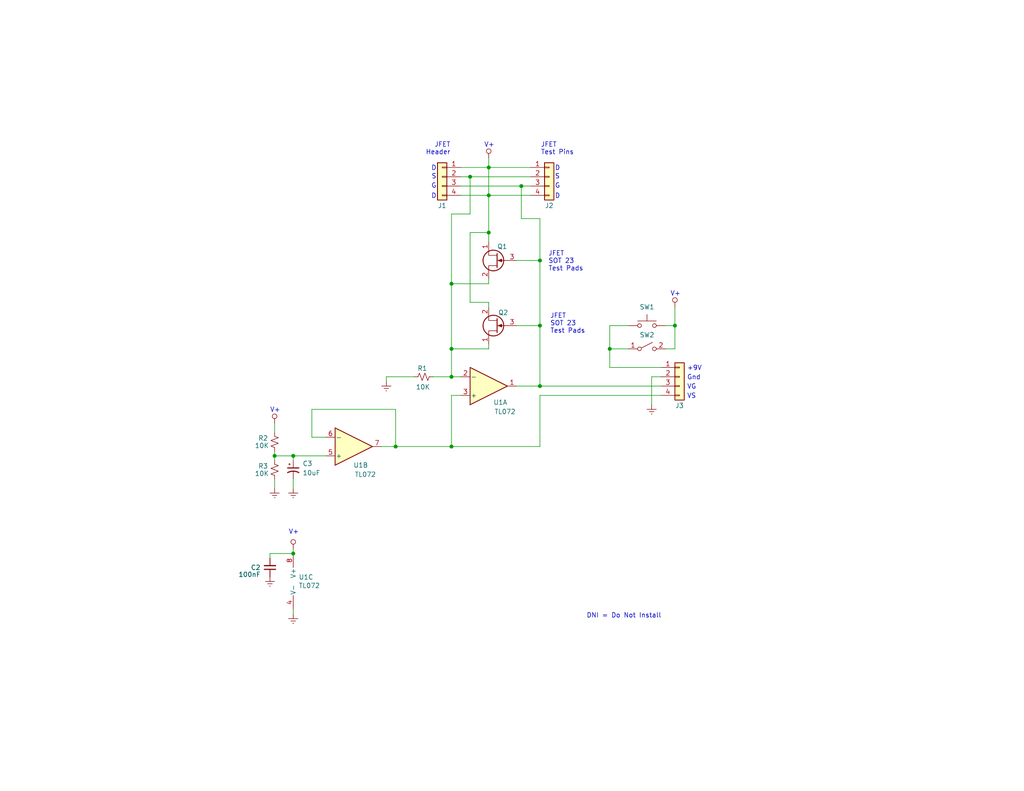
<source format=kicad_sch>
(kicad_sch (version 20250114) (generator "eeschema") (generator_version "9.0")
  (paper "A")
  (title_block (title "Fet Matching Tool") (date "2025-02-03") (rev "1") (company "Gadget Reboot") (comment 1 "https://www.youtube.com/gadgetreboot") (comment 2 "https://github.com/GadgetReboot/Fet_Matching"))
  (lib_symbols
    (symbol "Amplifier_Operational:LM358" (pin_names (offset 0.127))
      (property "Reference" "U" (at 0 5.08 0))
      (property "Value" "LM358" (at 0 -5.08 0))
      (symbol "LM358_1_1"
        (polyline (pts (xy -5.08 5.08) (xy 5.08 0) (xy -5.08 -5.08) (xy -5.08 5.08)) (stroke (width 0.254)) (fill (type background)))
        (pin input line (at -7.62 2.54 0) (length 2.54) (name "+") (number "3"))
        (pin input line (at -7.62 -2.54 0) (length 2.54) (name "-") (number "2"))
        (pin output line (at 7.62 0 180) (length 2.54) (name "~") (number "1"))
      )
      (symbol "LM358_2_1"
        (polyline (pts (xy -5.08 5.08) (xy 5.08 0) (xy -5.08 -5.08) (xy -5.08 5.08)) (stroke (width 0.254)) (fill (type background)))
        (pin input line (at -7.62 2.54 0) (length 2.54) (name "+") (number "5"))
        (pin input line (at -7.62 -2.54 0) (length 2.54) (name "-") (number "6"))
        (pin output line (at 7.62 0 180) (length 2.54) (name "~") (number "7"))
      )
      (symbol "LM358_3_1"
        (pin power_in line (at -2.54 7.62 270) (length 3.81) (name "V+") (number "8"))
        (pin power_in line (at -2.54 -7.62 90) (length 3.81) (name "V-") (number "4"))
      )
    )
    (symbol "Connector_Generic:Conn_01x04" (pin_names (offset 1.016) (hide yes))
      (property "Reference" "J" (at 0 5.08 0))
      (property "Value" "Conn_01x04" (at 0 -7.62 0))
      (symbol "Conn_01x04_1_1"
        (rectangle (start -1.27 3.81) (end 1.27 -6.35) (stroke (width 0.254)) (fill (type background)))
        (rectangle (start -1.27 2.667) (end 0 2.413) (stroke (width 0.1524)))
        (rectangle (start -1.27 0.127) (end 0 -0.127) (stroke (width 0.1524)))
        (rectangle (start -1.27 -2.413) (end 0 -2.667) (stroke (width 0.1524)))
        (rectangle (start -1.27 -4.953) (end 0 -5.207) (stroke (width 0.1524)))
        (pin passive line (at -5.08 2.54 0) (length 3.81) (name "Pin_1") (number "1"))
        (pin passive line (at -5.08 0 0) (length 3.81) (name "Pin_2") (number "2"))
        (pin passive line (at -5.08 -2.54 0) (length 3.81) (name "Pin_3") (number "3"))
        (pin passive line (at -5.08 -5.08 0) (length 3.81) (name "Pin_4") (number "4"))
      )
    )
    (symbol "Device:C_Polarized_Small_US" (pin_numbers (hide yes)) (pin_names (offset 0.254) (hide yes))
      (property "Reference" "C" (at 0.254 1.778 0))
      (property "Value" "C_Polarized_Small_US" (at 0.254 -2.032 0))
      (symbol "C_Polarized_Small_US_0_1"
        (polyline (pts (xy -1.524 0.508) (xy 1.524 0.508)) (stroke (width 0.3048)))
        (polyline (pts (xy -1.27 1.524) (xy -0.762 1.524)))
        (polyline (pts (xy -1.016 1.27) (xy -1.016 1.778)))
        (arc (start -1.524 -0.762) (mid 0 -0.3734) (end 1.524 -0.762) (stroke (width 0.3048)))
      )
      (symbol "C_Polarized_Small_US_1_1"
        (pin passive line (at 0 2.54 270) (length 2.032) (name "~") (number "1"))
        (pin passive line (at 0 -2.54 90) (length 2.032) (name "~") (number "2"))
      )
    )
    (symbol "Device:C_Small" (pin_numbers (hide yes)) (pin_names (offset 0.254) (hide yes))
      (property "Reference" "C" (at 0.254 1.778 0))
      (property "Value" "C_Small" (at 0.254 -2.032 0))
      (symbol "C_Small_0_1"
        (polyline (pts (xy -1.524 0.508) (xy 1.524 0.508)) (stroke (width 0.3048)))
        (polyline (pts (xy -1.524 -0.508) (xy 1.524 -0.508)) (stroke (width 0.3302)))
      )
      (symbol "C_Small_1_1"
        (pin passive line (at 0 2.54 270) (length 2.032) (name "~") (number "1"))
        (pin passive line (at 0 -2.54 90) (length 2.032) (name "~") (number "2"))
      )
    )
    (symbol "Device:R_Small_US" (pin_numbers (hide yes)) (pin_names (offset 0.254) (hide yes))
      (property "Reference" "R" (at 0.762 0.508 0))
      (property "Value" "R_Small_US" (at 0.762 -1.016 0))
      (symbol "R_Small_US_1_1"
        (polyline (pts (xy 0 1.524) (xy 1.016 1.143) (xy 0 0.762) (xy -1.016 0.381) (xy 0 0)))
        (polyline (pts (xy 0 0) (xy 1.016 -0.381) (xy 0 -0.762) (xy -1.016 -1.143) (xy 0 -1.524)))
        (pin passive line (at 0 2.54 270) (length 1.016) (name "~") (number "1"))
        (pin passive line (at 0 -2.54 90) (length 1.016) (name "~") (number "2"))
      )
    )
    (symbol "FET_Matching-rescue:GNDREF-power" (power) (pin_names (offset 0))
      (property "Value" "power_GNDREF" (at 0 -3.81 0))
      (symbol "GNDREF-power_0_1"
        (polyline (pts (xy -0.635 -1.905) (xy 0.635 -1.905)))
        (polyline (pts (xy -0.127 -2.54) (xy 0.127 -2.54)))
        (polyline (pts (xy 0 -1.27) (xy 0 0)))
        (polyline (pts (xy 1.27 -1.27) (xy -1.27 -1.27)))
      )
      (symbol "GNDREF-power_1_1"
        (pin power_in line (at 0 0 270) (length 0) (hide yes) (name "GNDREF") (number "1"))
      )
    )
    (symbol "FET_Matching-rescue:VCC-power" (power) (pin_names (offset 0))
      (property "Value" "power_VCC" (at 0 3.81 0))
      (symbol "VCC-power_0_1"
        (circle (center 0 1.905) (radius 0.635))
        (polyline (pts (xy 0 0) (xy 0 1.27)))
      )
      (symbol "VCC-power_1_1"
        (pin power_in line (at 0 0 90) (length 0) (hide yes) (name "VCC") (number "1"))
      )
    )
    (symbol "Switch:SW_Push" (pin_numbers (hide yes)) (pin_names (offset 1.016) (hide yes))
      (property "Reference" "SW" (at 1.27 2.54 0))
      (property "Value" "SW_Push" (at 0 -1.524 0))
      (symbol "SW_Push_0_1"
        (circle (center -2.032 0) (radius 0.508))
        (polyline (pts (xy 0 1.27) (xy 0 3.048)))
        (circle (center 2.032 0) (radius 0.508))
        (polyline (pts (xy 2.54 1.27) (xy -2.54 1.27)))
        (pin passive line (at -5.08 0 0) (length 2.54) (name "1") (number "1"))
        (pin passive line (at 5.08 0 180) (length 2.54) (name "2") (number "2"))
      )
    )
    (symbol "Switch:SW_SPST" (pin_names (offset 0) (hide yes))
      (property "Reference" "SW" (at 0 3.175 0))
      (property "Value" "SW_SPST" (at 0 -2.54 0))
      (symbol "SW_SPST_0_0"
        (circle (center -2.032 0) (radius 0.508))
        (polyline (pts (xy -1.524 0.254) (xy 1.524 1.778)))
        (circle (center 2.032 0) (radius 0.508))
      )
      (symbol "SW_SPST_1_1"
        (pin passive line (at -5.08 0 0) (length 2.54) (name "A") (number "1"))
        (pin passive line (at 5.08 0 180) (length 2.54) (name "B") (number "2"))
      )
    )
    (symbol "Transistor_FET:BF545C" (pin_names (hide yes))
      (property "Reference" "Q" (at 5.08 1.905 0))
      (property "Value" "BF545C" (at 5.08 0 0))
      (symbol "BF545C_0_1"
        (polyline (pts (xy 0 0) (xy -1.016 0.381) (xy -1.016 -0.381) (xy 0 0)) (fill (type outline)))
        (polyline (pts (xy 0.254 1.905) (xy 0.254 -1.905)) (stroke (width 0.254)))
        (polyline (pts (xy 0.254 0) (xy -2.54 0)))
        (circle (center 1.27 0) (radius 2.8194) (stroke (width 0.254)))
        (polyline (pts (xy 2.54 2.54) (xy 2.54 1.397) (xy 0.254 1.397)))
        (polyline (pts (xy 2.54 -2.54) (xy 2.54 -1.397) (xy 0.254 -1.397)))
      )
      (symbol "BF545C_1_1"
        (pin input line (at -5.08 0 0) (length 2.54) (name "G") (number "3"))
        (pin passive line (at 2.54 5.08 270) (length 2.54) (name "D") (number "2"))
        (pin passive line (at 2.54 -5.08 90) (length 2.54) (name "S") (number "1"))
      )
    )
    (symbol "Transistor_FET:BSR56" (pin_names (hide yes))
      (property "Reference" "Q" (at 5.08 1.905 0))
      (property "Value" "BSR56" (at 5.08 0 0))
      (symbol "BSR56_0_1"
        (polyline (pts (xy 0 0) (xy -1.016 0.381) (xy -1.016 -0.381) (xy 0 0)) (fill (type outline)))
        (polyline (pts (xy 0.254 1.905) (xy 0.254 -1.905)) (stroke (width 0.254)))
        (polyline (pts (xy 0.254 0) (xy -2.54 0)))
        (circle (center 1.27 0) (radius 2.8194) (stroke (width 0.254)))
        (polyline (pts (xy 2.54 2.54) (xy 2.54 1.397) (xy 0.254 1.397)))
        (polyline (pts (xy 2.54 -2.54) (xy 2.54 -1.397) (xy 0.254 -1.397)))
      )
      (symbol "BSR56_1_1"
        (pin input line (at -5.08 0 0) (length 2.54) (name "G") (number "3"))
        (pin passive line (at 2.54 5.08 270) (length 2.54) (name "D") (number "1"))
        (pin passive line (at 2.54 -5.08 90) (length 2.54) (name "S") (number "2"))
      )
    )
  )
  (text "D" (at 151.384 46.736 0) (effects (font (size 1.27 1.27)) (justify left bottom)))
  (text "S" (at 119.126 49.022 0) (effects (font (size 1.27 1.27)) (justify right bottom)))
  (text "D" (at 119.126 54.356 0) (effects (font (size 1.27 1.27)) (justify right bottom)))
  (text "V+\n" (at 182.88 81.026 0) (effects (font (size 1.27 1.27)) (justify left bottom)))
  (text "+9V" (at 187.452 101.346 0) (effects (font (size 1.27 1.27)) (justify left bottom)))
  (text "G" (at 151.384 51.562 0) (effects (font (size 1.27 1.27)) (justify left bottom)))
  (text "JFET\nSOT 23\nTest Pads" (at 149.606 74.168 0) (effects (font (size 1.27 1.27)) (justify left bottom)))
  (text "VG" (at 187.452 106.426 0) (effects (font (size 1.27 1.27)) (justify left bottom)))
  (text "S" (at 151.384 49.022 0) (effects (font (size 1.27 1.27)) (justify left bottom)))
  (text "Gnd" (at 187.452 103.886 0) (effects (font (size 1.27 1.27)) (justify left bottom)))
  (text "V+\n" (at 78.74 146.05 0) (effects (font (size 1.27 1.27)) (justify left bottom)))
  (text "JFET\nTest Pins" (at 147.574 42.418 0) (effects (font (size 1.27 1.27)) (justify left bottom)))
  (text "V+\n" (at 73.66 112.776 0) (effects (font (size 1.27 1.27)) (justify left bottom)))
  (text "JFET\nHeader" (at 122.936 42.418 0) (effects (font (size 1.27 1.27)) (justify right bottom)))
  (text "JFET\nSOT 23\nTest Pads" (at 150.114 91.186 0) (effects (font (size 1.27 1.27)) (justify left bottom)))
  (text "D" (at 119.126 46.736 0) (effects (font (size 1.27 1.27)) (justify right bottom)))
  (text "VS" (at 187.452 108.966 0) (effects (font (size 1.27 1.27)) (justify left bottom)))
  (text "G" (at 119.126 51.562 0) (effects (font (size 1.27 1.27)) (justify right bottom)))
  (text "D" (at 151.384 54.356 0) (effects (font (size 1.27 1.27)) (justify left bottom)))
  (text "DNI = Do Not Install" (at 160.02 168.91 0) (effects (font (size 1.27 1.27)) (justify left bottom)))
  (text "V+\n" (at 132.08 40.386 0) (effects (font (size 1.27 1.27)) (justify left bottom)))
  (junction (at 123.19 77.47))
  (junction (at 74.93 124.46))
  (junction (at 133.35 63.5))
  (junction (at 123.19 102.87))
  (junction (at 147.32 71.12))
  (junction (at 80.01 151.13))
  (junction (at 80.01 124.46))
  (junction (at 142.24 50.8))
  (junction (at 133.35 45.72))
  (junction (at 147.32 105.41))
  (junction (at 123.19 95.25))
  (junction (at 107.95 121.92))
  (junction (at 147.32 88.9))
  (junction (at 184.15 88.9))
  (junction (at 123.19 121.92))
  (junction (at 133.35 53.34))
  (junction (at 128.27 48.26))
  (junction (at 166.37 95.25))
  (wire (pts (xy 181.61 95.25) (xy 184.15 95.25)))
  (wire (pts (xy 133.35 76.2) (xy 133.35 77.47)))
  (wire (pts (xy 85.09 119.38) (xy 88.9 119.38)))
  (wire (pts (xy 142.24 59.69) (xy 142.24 50.8)))
  (wire (pts (xy 166.37 95.25) (xy 171.45 95.25)))
  (wire (pts (xy 125.73 48.26) (xy 128.27 48.26)))
  (wire (pts (xy 128.27 58.42) (xy 128.27 48.26)))
  (wire (pts (xy 180.34 100.33) (xy 166.37 100.33)))
  (wire (pts (xy 133.35 82.55) (xy 128.27 82.55)))
  (wire (pts (xy 133.35 45.72) (xy 144.78 45.72)))
  (wire (pts (xy 74.93 123.19) (xy 74.93 124.46)))
  (wire (pts (xy 166.37 95.25) (xy 166.37 100.33)))
  (wire (pts (xy 147.32 71.12) (xy 147.32 88.9)))
  (wire (pts (xy 123.19 102.87) (xy 118.11 102.87)))
  (wire (pts (xy 180.34 107.95) (xy 147.32 107.95)))
  (wire (pts (xy 125.73 53.34) (xy 133.35 53.34)))
  (wire (pts (xy 133.35 43.18) (xy 133.35 45.72)))
  (wire (pts (xy 184.15 83.82) (xy 184.15 88.9)))
  (wire (pts (xy 128.27 48.26) (xy 144.78 48.26)))
  (wire (pts (xy 147.32 107.95) (xy 147.32 121.92)))
  (wire (pts (xy 107.95 121.92) (xy 123.19 121.92)))
  (wire (pts (xy 80.01 133.35) (xy 80.01 130.81)))
  (wire (pts (xy 123.19 77.47) (xy 123.19 95.25)))
  (wire (pts (xy 147.32 121.92) (xy 123.19 121.92)))
  (wire (pts (xy 133.35 45.72) (xy 133.35 53.34)))
  (wire (pts (xy 147.32 59.69) (xy 142.24 59.69)))
  (wire (pts (xy 74.93 118.11) (xy 74.93 115.57)))
  (wire (pts (xy 133.35 63.5) (xy 133.35 66.04)))
  (wire (pts (xy 125.73 107.95) (xy 123.19 107.95)))
  (wire (pts (xy 133.35 53.34) (xy 144.78 53.34)))
  (wire (pts (xy 125.73 50.8) (xy 142.24 50.8)))
  (wire (pts (xy 133.35 53.34) (xy 133.35 63.5)))
  (wire (pts (xy 123.19 58.42) (xy 128.27 58.42)))
  (wire (pts (xy 147.32 71.12) (xy 140.97 71.12)))
  (wire (pts (xy 80.01 166.37) (xy 80.01 167.64)))
  (wire (pts (xy 147.32 71.12) (xy 147.32 59.69)))
  (wire (pts (xy 140.97 88.9) (xy 147.32 88.9)))
  (wire (pts (xy 184.15 88.9) (xy 184.15 95.25)))
  (wire (pts (xy 133.35 95.25) (xy 123.19 95.25)))
  (wire (pts (xy 123.19 77.47) (xy 123.19 58.42)))
  (wire (pts (xy 133.35 83.82) (xy 133.35 82.55)))
  (wire (pts (xy 133.35 93.98) (xy 133.35 95.25)))
  (wire (pts (xy 140.97 105.41) (xy 147.32 105.41)))
  (wire (pts (xy 128.27 63.5) (xy 133.35 63.5)))
  (wire (pts (xy 166.37 88.9) (xy 166.37 95.25)))
  (wire (pts (xy 181.61 88.9) (xy 184.15 88.9)))
  (wire (pts (xy 104.14 121.92) (xy 107.95 121.92)))
  (wire (pts (xy 147.32 105.41) (xy 180.34 105.41)))
  (wire (pts (xy 147.32 88.9) (xy 147.32 105.41)))
  (wire (pts (xy 105.41 102.87) (xy 105.41 104.14)))
  (wire (pts (xy 74.93 130.81) (xy 74.93 133.35)))
  (wire (pts (xy 73.66 151.13) (xy 73.66 152.4)))
  (wire (pts (xy 105.41 102.87) (xy 113.03 102.87)))
  (wire (pts (xy 80.01 149.86) (xy 80.01 151.13)))
  (wire (pts (xy 142.24 50.8) (xy 144.78 50.8)))
  (wire (pts (xy 125.73 45.72) (xy 133.35 45.72)))
  (wire (pts (xy 73.66 151.13) (xy 80.01 151.13)))
  (wire (pts (xy 74.93 124.46) (xy 74.93 125.73)))
  (wire (pts (xy 80.01 124.46) (xy 80.01 125.73)))
  (wire (pts (xy 133.35 77.47) (xy 123.19 77.47)))
  (wire (pts (xy 125.73 102.87) (xy 123.19 102.87)))
  (wire (pts (xy 107.95 111.76) (xy 85.09 111.76)))
  (wire (pts (xy 123.19 107.95) (xy 123.19 121.92)))
  (wire (pts (xy 123.19 95.25) (xy 123.19 102.87)))
  (wire (pts (xy 107.95 121.92) (xy 107.95 111.76)))
  (wire (pts (xy 166.37 88.9) (xy 171.45 88.9)))
  (wire (pts (xy 85.09 111.76) (xy 85.09 119.38)))
  (wire (pts (xy 180.34 102.87) (xy 177.8 102.87)))
  (wire (pts (xy 80.01 124.46) (xy 88.9 124.46)))
  (wire (pts (xy 177.8 102.87) (xy 177.8 110.49)))
  (wire (pts (xy 74.93 124.46) (xy 80.01 124.46)))
  (wire (pts (xy 128.27 82.55) (xy 128.27 63.5)))
  (symbol (lib_id "Amplifier_Operational:LM358") (at 133.35 105.41 0) (mirror x) (unit 1)
    (property "Reference" "U1" (at 136.525 109.855 0))
    (property "Value" "TL072" (at 137.795 112.395 0))
    (property "Footprint" "Package_DIP:DIP-8_W7.62mm" (effects (hide yes)))
  )
  (symbol (lib_id "Amplifier_Operational:LM358") (at 96.52 121.92 0) (mirror x) (unit 2)
    (property "Reference" "U1" (at 98.425 127 0))
    (property "Value" "TL072" (at 99.695 129.54 0))
    (property "Footprint" "Package_DIP:DIP-8_W7.62mm" (effects (hide yes)))
  )
  (symbol (lib_id "Device:R_Small_US") (at 115.57 102.87 270) (unit 1)
    (property "Reference" "R1" (at 116.586 100.584 90) (effects (justify right)))
    (property "Value" "10K" (at 117.348 105.664 90) (effects (justify right)))
    (property "Footprint" "Resistor_THT:R_Axial_DIN0309_L9.0mm_D3.2mm_P12.70mm_Horizontal" (effects (hide yes)))
  )
  (symbol (lib_id "Amplifier_Operational:LM358") (at 82.55 158.75 0) (unit 3)
    (property "Reference" "U1" (at 81.4832 157.5816 0) (effects (justify left)))
    (property "Value" "TL072" (at 81.4832 159.893 0) (effects (justify left)))
    (property "Footprint" "Package_DIP:DIP-8_W7.62mm" (effects (hide yes)))
  )
  (symbol (lib_id "Device:R_Small_US") (at 74.93 120.65 0) (unit 1)
    (property "Reference" "R2" (at 73.152 119.634 0) (effects (justify right)))
    (property "Value" "10K" (at 73.406 121.666 0) (effects (justify right)))
    (property "Footprint" "Resistor_THT:R_Axial_DIN0309_L9.0mm_D3.2mm_P12.70mm_Horizontal" (effects (hide yes)))
  )
  (symbol (lib_id "FET_Matching-rescue:VCC-power") (at 74.93 115.57 0) (unit 1)
    (property "Reference" "#PWR04" (effects (hide yes)))
    (property "Value" "VCC" (effects (hide yes)))
  )
  (symbol (lib_id "FET_Matching-rescue:VCC-power") (at 80.01 149.86 0) (unit 1)
    (property "Reference" "#PWR07" (effects (hide yes)))
    (property "Value" "VCC" (effects (hide yes)))
  )
  (symbol (lib_id "Device:C_Small") (at 73.66 154.94 180) (unit 1)
    (property "Reference" "C2" (at 71.12 154.94 0) (effects (justify left)))
    (property "Value" "100nF" (at 71.12 156.845 0) (effects (justify left)))
    (property "Footprint" "Capacitor_THT:C_Disc_D3.4mm_W2.1mm_P2.50mm" (effects (hide yes)))
  )
  (symbol (lib_id "FET_Matching-rescue:GNDREF-power") (at 73.66 157.48 0) (unit 1)
    (property "Reference" "#PWR08" (effects (hide yes)))
    (property "Value" "GNDREF" (effects (hide yes)))
  )
  (symbol (lib_id "FET_Matching-rescue:GNDREF-power") (at 80.01 167.64 0) (unit 1)
    (property "Reference" "#PWR09" (effects (hide yes)))
    (property "Value" "GNDREF" (effects (hide yes)))
  )
  (symbol (lib_id "Connector_Generic:Conn_01x04") (at 120.65 48.26 0) (mirror y) (unit 1)
    (property "Reference" "J1" (at 120.65 56.134 0))
    (property "Value" "Conn_01x04" (effects (hide yes)))
    (property "Footprint" "Connector_PinHeader_2.54mm:PinHeader_1x04_P2.54mm_Vertical" (effects (hide yes)))
    (property "Description" "Generic connector, single row, 01x04, script generated (kicad-library-utils/schlib/autogen/connector/)" (effects (hide yes)))
  )
  (symbol (lib_id "FET_Matching-rescue:GNDREF-power") (at 74.93 133.35 0) (unit 1)
    (property "Reference" "#PWR05" (effects (hide yes)))
    (property "Value" "GNDREF" (effects (hide yes)))
  )
  (symbol (lib_id "FET_Matching-rescue:VCC-power") (at 133.35 43.18 0) (unit 1)
    (property "Reference" "#PWR010" (effects (hide yes)))
    (property "Value" "VCC" (effects (hide yes)))
  )
  (symbol (lib_id "Connector_Generic:Conn_01x04") (at 149.86 48.26 0) (unit 1)
    (property "Reference" "J2" (at 149.86 56.134 0))
    (property "Value" "Conn_01x04" (effects (hide yes)))
    (property "Footprint" "Connector_PinHeader_2.54mm:PinHeader_1x04_P2.54mm_Vertical" (effects (hide yes)))
    (property "Description" "Generic connector, single row, 01x04, script generated (kicad-library-utils/schlib/autogen/connector/)" (effects (hide yes)))
  )
  (symbol (lib_id "Device:C_Polarized_Small_US") (at 80.01 128.27 0) (unit 1)
    (property "Reference" "C3" (at 82.55 126.5681 0) (effects (justify left)))
    (property "Value" "10uF" (at 82.55 129.1081 0) (effects (justify left)))
    (property "Footprint" "Capacitor_THT:CP_Radial_D5.0mm_P2.50mm" (effects (hide yes)))
    (property "Description" "Polarized capacitor, small US symbol" (effects (hide yes)))
  )
  (symbol (lib_id "Switch:SW_SPST") (at 176.53 95.25 0) (unit 1)
    (property "Reference" "SW2" (at 176.53 91.44 0))
    (property "Value" "SW_SPST" (effects (hide yes)))
    (property "Footprint" "Button_Switch_THT:SW_Slide-03_Wuerth-WS-SLTV_10x2.5x6.4_P2.54mm" (effects (hide yes)))
    (property "Description" "Single Pole Single Throw (SPST) switch" (effects (hide yes)))
  )
  (symbol (lib_id "Transistor_FET:BF545C") (at 135.89 88.9 0) (mirror y) (unit 1)
    (property "Reference" "Q2" (at 138.684 85.3439 0) (effects (justify left)))
    (property "Value" "BF545C" (effects (hide yes)))
    (property "Footprint" "Package_TO_SOT_SMD:SOT-23" (effects (hide yes)))
    (property "Datasheet" "https://www.nxp.com/docs/en/data-sheet/BF545A_BF545B_BF545C.pdf" (effects (hide yes)))
    (property "Description" "25mA Idss, 30V Vgs, N-Channel JFET, SOT-23" (effects (hide yes)))
  )
  (symbol (lib_id "FET_Matching-rescue:GNDREF-power") (at 80.01 133.35 0) (unit 1)
    (property "Reference" "#PWR06" (effects (hide yes)))
    (property "Value" "GNDREF" (effects (hide yes)))
  )
  (symbol (lib_id "Connector_Generic:Conn_01x04") (at 185.42 102.87 0) (unit 1)
    (property "Reference" "J3" (at 185.42 110.744 0))
    (property "Value" "Conn_01x04" (effects (hide yes)))
    (property "Footprint" "Connector_PinHeader_2.54mm:PinHeader_1x04_P2.54mm_Vertical" (effects (hide yes)))
    (property "Description" "Generic connector, single row, 01x04, script generated (kicad-library-utils/schlib/autogen/connector/)" (effects (hide yes)))
  )
  (symbol (lib_id "FET_Matching-rescue:VCC-power") (at 184.15 83.82 0) (unit 1)
    (property "Reference" "#PWR01" (effects (hide yes)))
    (property "Value" "VCC" (effects (hide yes)))
  )
  (symbol (lib_id "Transistor_FET:BSR56") (at 135.89 71.12 0) (mirror y) (unit 1)
    (property "Reference" "Q1" (at 138.43 67.3099 0) (effects (justify left)))
    (property "Value" "BSR56" (effects (hide yes)))
    (property "Footprint" "Package_TO_SOT_SMD:SOT-23" (effects (hide yes)))
    (property "Datasheet" "https://www.nxp.com/docs/en/data-sheet/BSR56_57_58.pdf" (effects (hide yes)))
    (property "Description" "50mA min, 40V, 25mOhm max, 4-10V Vgs(off), N-Channel JFET, SOT-23" (effects (hide yes)))
  )
  (symbol (lib_id "FET_Matching-rescue:GNDREF-power") (at 105.41 104.14 0) (unit 1)
    (property "Reference" "#PWR02" (effects (hide yes)))
    (property "Value" "GNDREF" (effects (hide yes)))
  )
  (symbol (lib_id "FET_Matching-rescue:GNDREF-power") (at 177.8 110.49 0) (unit 1)
    (property "Reference" "#PWR03" (effects (hide yes)))
    (property "Value" "GNDREF" (effects (hide yes)))
  )
  (symbol (lib_id "Device:R_Small_US") (at 74.93 128.27 0) (unit 1)
    (property "Reference" "R3" (at 73.152 127.254 0) (effects (justify right)))
    (property "Value" "10K" (at 73.406 129.286 0) (effects (justify right)))
    (property "Footprint" "Resistor_THT:R_Axial_DIN0309_L9.0mm_D3.2mm_P12.70mm_Horizontal" (effects (hide yes)))
  )
  (symbol (lib_id "Switch:SW_Push") (at 176.53 88.9 0) (unit 1)
    (property "Reference" "SW1" (at 176.53 83.82 0))
    (property "Value" "SW_Push" (effects (hide yes)))
    (property "Footprint" "Footprints:PushButton" (effects (hide yes)))
    (property "Description" "Push button switch, generic, two pins" (effects (hide yes)))
  )
)
</source>
